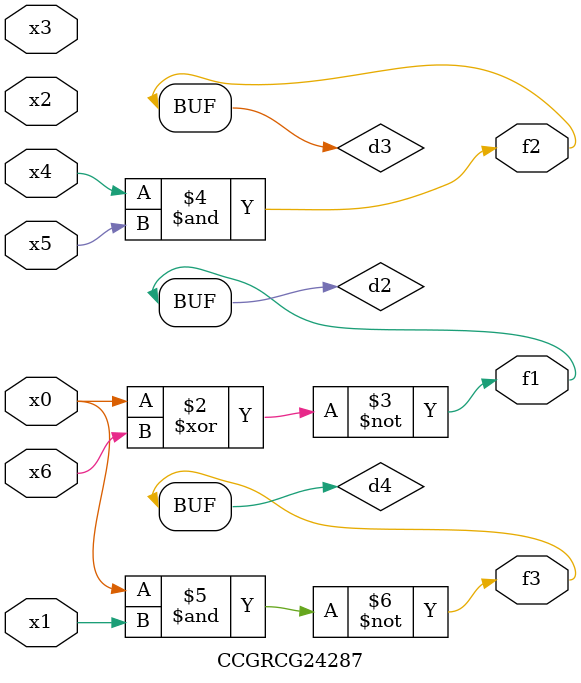
<source format=v>
module CCGRCG24287(
	input x0, x1, x2, x3, x4, x5, x6,
	output f1, f2, f3
);

	wire d1, d2, d3, d4;

	nor (d1, x0);
	xnor (d2, x0, x6);
	and (d3, x4, x5);
	nand (d4, x0, x1);
	assign f1 = d2;
	assign f2 = d3;
	assign f3 = d4;
endmodule

</source>
